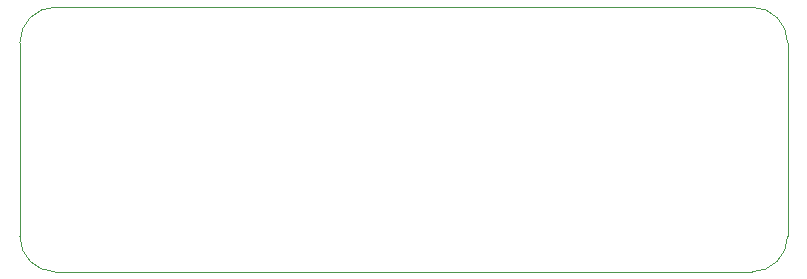
<source format=gm1>
G04 #@! TF.GenerationSoftware,KiCad,Pcbnew,(6.0.0-0)*
G04 #@! TF.CreationDate,2022-04-16T20:11:23-05:00*
G04 #@! TF.ProjectId,rpi_led_board,7270695f-6c65-4645-9f62-6f6172642e6b,rev?*
G04 #@! TF.SameCoordinates,Original*
G04 #@! TF.FileFunction,Profile,NP*
%FSLAX46Y46*%
G04 Gerber Fmt 4.6, Leading zero omitted, Abs format (unit mm)*
G04 Created by KiCad (PCBNEW (6.0.0-0)) date 2022-04-16 20:11:23*
%MOMM*%
%LPD*%
G01*
G04 APERTURE LIST*
G04 #@! TA.AperFunction,Profile*
%ADD10C,0.100000*%
G04 #@! TD*
G04 APERTURE END LIST*
D10*
X265000000Y-97000000D02*
G75*
G03*
X262000000Y-94000000I-3000001J-1D01*
G01*
X262000000Y-94000000D02*
X203000000Y-94000000D01*
X203000000Y-116400000D02*
X262000000Y-116400000D01*
X203000000Y-94000000D02*
G75*
G03*
X200000000Y-97000000I1J-3000001D01*
G01*
X200000000Y-113400000D02*
G75*
G03*
X203000000Y-116400000I3000001J1D01*
G01*
X262000000Y-116400000D02*
G75*
G03*
X265000000Y-113400000I-1J3000001D01*
G01*
X265000000Y-113400000D02*
X265000000Y-97000000D01*
X200000000Y-97000000D02*
X200000000Y-113400000D01*
M02*

</source>
